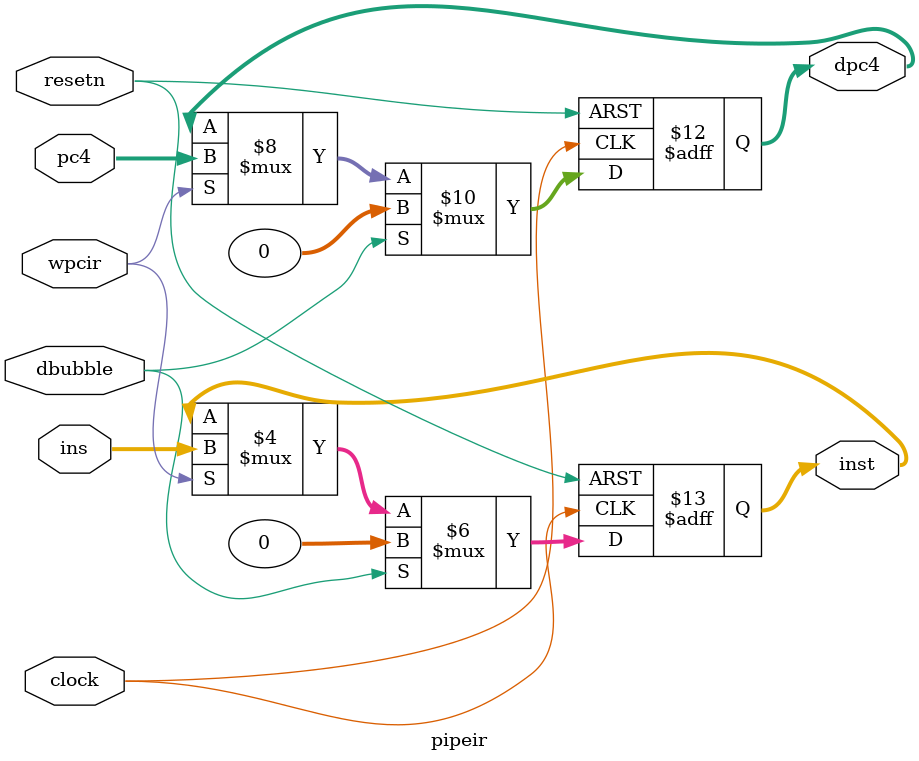
<source format=v>
module pipeir(
	input [31: 0] pc4,
	input [31: 0] ins,
	input wpcir,
	input clock,
	input resetn,
	output reg [31: 0] dpc4,
	output reg [31: 0] inst,
	input dbubble
);


always @ (posedge clock or negedge resetn)
begin
	if (resetn == 0)
		begin
			dpc4 <= 0;
			inst <= 0; // 流水线阻塞
		end
	else
		begin
			if (wpcir != 0)
				begin
					dpc4 <= pc4;
					inst <= ins; // 寄存器存储从IF阶段到ID阶段的指令内容和pc内容（pc由pipepc得到）
				end
			if (dbubble)
				begin
					dpc4 <= 0;
					inst <= 0;
				end
		end
			

end



endmodule
</source>
